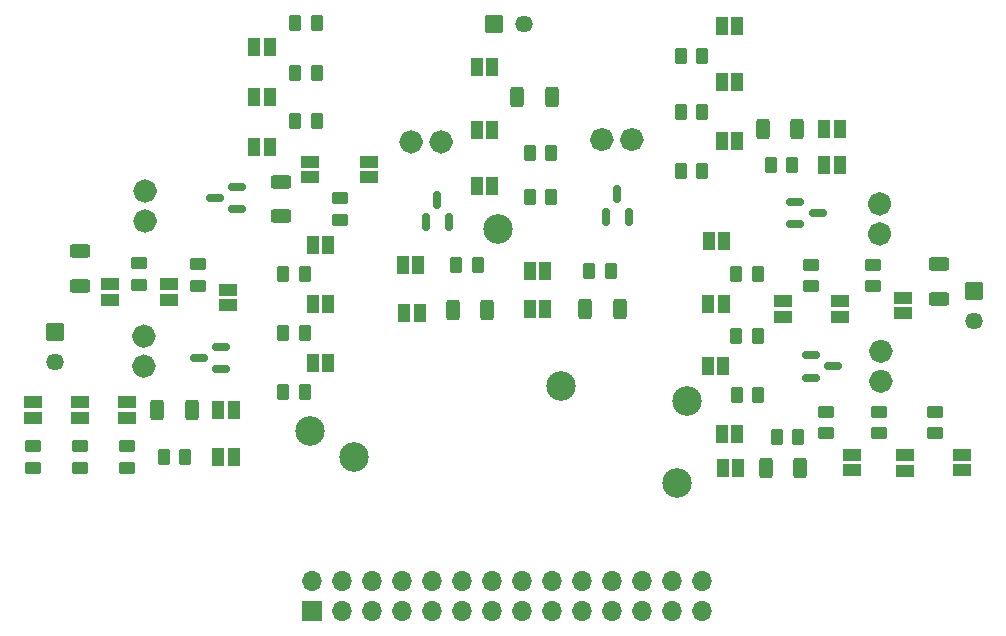
<source format=gbr>
%TF.GenerationSoftware,KiCad,Pcbnew,8.0.0*%
%TF.CreationDate,2024-03-21T13:03:40+02:00*%
%TF.ProjectId,SensorKiCad-RTHMAT004,53656e73-6f72-44b6-9943-61642d525448,rev?*%
%TF.SameCoordinates,Original*%
%TF.FileFunction,Soldermask,Top*%
%TF.FilePolarity,Negative*%
%FSLAX46Y46*%
G04 Gerber Fmt 4.6, Leading zero omitted, Abs format (unit mm)*
G04 Created by KiCad (PCBNEW 8.0.0) date 2024-03-21 13:03:40*
%MOMM*%
%LPD*%
G01*
G04 APERTURE LIST*
G04 Aperture macros list*
%AMRoundRect*
0 Rectangle with rounded corners*
0 $1 Rounding radius*
0 $2 $3 $4 $5 $6 $7 $8 $9 X,Y pos of 4 corners*
0 Add a 4 corners polygon primitive as box body*
4,1,4,$2,$3,$4,$5,$6,$7,$8,$9,$2,$3,0*
0 Add four circle primitives for the rounded corners*
1,1,$1+$1,$2,$3*
1,1,$1+$1,$4,$5*
1,1,$1+$1,$6,$7*
1,1,$1+$1,$8,$9*
0 Add four rect primitives between the rounded corners*
20,1,$1+$1,$2,$3,$4,$5,0*
20,1,$1+$1,$4,$5,$6,$7,0*
20,1,$1+$1,$6,$7,$8,$9,0*
20,1,$1+$1,$8,$9,$2,$3,0*%
G04 Aperture macros list end*
%ADD10C,1.000000*%
%ADD11RoundRect,0.250000X-0.450000X0.262500X-0.450000X-0.262500X0.450000X-0.262500X0.450000X0.262500X0*%
%ADD12R,1.000000X1.500000*%
%ADD13C,1.462000*%
%ADD14RoundRect,0.102000X-0.629000X-0.629000X0.629000X-0.629000X0.629000X0.629000X-0.629000X0.629000X0*%
%ADD15C,2.500000*%
%ADD16RoundRect,0.250000X0.262500X0.450000X-0.262500X0.450000X-0.262500X-0.450000X0.262500X-0.450000X0*%
%ADD17RoundRect,0.250000X0.312500X0.625000X-0.312500X0.625000X-0.312500X-0.625000X0.312500X-0.625000X0*%
%ADD18RoundRect,0.150000X0.150000X-0.587500X0.150000X0.587500X-0.150000X0.587500X-0.150000X-0.587500X0*%
%ADD19RoundRect,0.250000X0.450000X-0.262500X0.450000X0.262500X-0.450000X0.262500X-0.450000X-0.262500X0*%
%ADD20RoundRect,0.250000X-0.625000X0.312500X-0.625000X-0.312500X0.625000X-0.312500X0.625000X0.312500X0*%
%ADD21R,1.500000X1.000000*%
%ADD22RoundRect,0.250000X-0.262500X-0.450000X0.262500X-0.450000X0.262500X0.450000X-0.262500X0.450000X0*%
%ADD23RoundRect,0.150000X0.587500X0.150000X-0.587500X0.150000X-0.587500X-0.150000X0.587500X-0.150000X0*%
%ADD24RoundRect,0.250000X-0.312500X-0.625000X0.312500X-0.625000X0.312500X0.625000X-0.312500X0.625000X0*%
%ADD25RoundRect,0.102000X-0.629000X0.629000X-0.629000X-0.629000X0.629000X-0.629000X0.629000X0.629000X0*%
%ADD26RoundRect,0.150000X-0.587500X-0.150000X0.587500X-0.150000X0.587500X0.150000X-0.587500X0.150000X0*%
%ADD27R,1.700000X1.700000*%
%ADD28O,1.700000X1.700000*%
G04 APERTURE END LIST*
D10*
%TO.C,D9*%
X12200000Y35910000D02*
G75*
G02*
X11200000Y35910000I-500000J0D01*
G01*
X11200000Y35910000D02*
G75*
G02*
X12200000Y35910000I500000J0D01*
G01*
X12200000Y38450000D02*
G75*
G02*
X11200000Y38450000I-500000J0D01*
G01*
X11200000Y38450000D02*
G75*
G02*
X12200000Y38450000I500000J0D01*
G01*
%TO.C,D8*%
X12300000Y23430000D02*
G75*
G02*
X11300000Y23430000I-500000J0D01*
G01*
X11300000Y23430000D02*
G75*
G02*
X12300000Y23430000I500000J0D01*
G01*
X12300000Y25970000D02*
G75*
G02*
X11300000Y25970000I-500000J0D01*
G01*
X11300000Y25970000D02*
G75*
G02*
X12300000Y25970000I500000J0D01*
G01*
%TO.C,D7*%
X-8780000Y43900000D02*
G75*
G02*
X-9780000Y43900000I-500000J0D01*
G01*
X-9780000Y43900000D02*
G75*
G02*
X-8780000Y43900000I500000J0D01*
G01*
X-11320000Y43900000D02*
G75*
G02*
X-12320000Y43900000I-500000J0D01*
G01*
X-12320000Y43900000D02*
G75*
G02*
X-11320000Y43900000I500000J0D01*
G01*
%TO.C,D6*%
X-24930000Y43700000D02*
G75*
G02*
X-25930000Y43700000I-500000J0D01*
G01*
X-25930000Y43700000D02*
G75*
G02*
X-24930000Y43700000I500000J0D01*
G01*
X-27470000Y43700000D02*
G75*
G02*
X-28470000Y43700000I-500000J0D01*
G01*
X-28470000Y43700000D02*
G75*
G02*
X-27470000Y43700000I500000J0D01*
G01*
%TO.C,D1*%
X-50100000Y27250000D02*
G75*
G02*
X-51100000Y27250000I-500000J0D01*
G01*
X-51100000Y27250000D02*
G75*
G02*
X-50100000Y27250000I500000J0D01*
G01*
X-50100000Y24710000D02*
G75*
G02*
X-51100000Y24710000I-500000J0D01*
G01*
X-51100000Y24710000D02*
G75*
G02*
X-50100000Y24710000I500000J0D01*
G01*
%TO.C,D5*%
X-50000000Y39540000D02*
G75*
G02*
X-51000000Y39540000I-500000J0D01*
G01*
X-51000000Y39540000D02*
G75*
G02*
X-50000000Y39540000I500000J0D01*
G01*
X-50000000Y37000000D02*
G75*
G02*
X-51000000Y37000000I-500000J0D01*
G01*
X-51000000Y37000000D02*
G75*
G02*
X-50000000Y37000000I500000J0D01*
G01*
%TD*%
D11*
%TO.C,R33*%
X5900000Y33312500D03*
X5900000Y31487500D03*
%TD*%
D12*
%TO.C,JP4*%
X-44300000Y17000000D03*
X-43000000Y17000000D03*
%TD*%
%TO.C,JP17*%
X-16600000Y32800000D03*
X-17900000Y32800000D03*
%TD*%
D13*
%TO.C,D3*%
X-18450000Y53700000D03*
D14*
X-20990000Y53700000D03*
%TD*%
D15*
%TO.C,TP6*%
X-15300000Y23000000D03*
%TD*%
D11*
%TO.C,R1*%
X-60000000Y17912500D03*
X-60000000Y16087500D03*
%TD*%
D12*
%TO.C,JP26*%
X-1450000Y35350000D03*
X-2750000Y35350000D03*
%TD*%
D16*
%TO.C,R10*%
X-36975000Y22500000D03*
X-38800000Y22500000D03*
%TD*%
D17*
%TO.C,R37*%
X-16075000Y47500000D03*
X-19000000Y47500000D03*
%TD*%
D16*
%TO.C,R28*%
X4312500Y41750000D03*
X2487500Y41750000D03*
%TD*%
D18*
%TO.C,Q4*%
X-11450000Y37375000D03*
X-9550000Y37375000D03*
X-10500000Y39250000D03*
%TD*%
D12*
%TO.C,JP20*%
X-1650000Y48750000D03*
X-350000Y48750000D03*
%TD*%
%TO.C,JP12*%
X-27350000Y33250000D03*
X-28650000Y33250000D03*
%TD*%
D16*
%TO.C,R20*%
X-3337500Y46250000D03*
X-5162500Y46250000D03*
%TD*%
D12*
%TO.C,JP11*%
X-39950000Y47500000D03*
X-41250000Y47500000D03*
%TD*%
D19*
%TO.C,R25*%
X7143750Y19043750D03*
X7143750Y20868750D03*
%TD*%
D20*
%TO.C,R9*%
X-39000000Y40312500D03*
X-39000000Y37387500D03*
%TD*%
D21*
%TO.C,JP38*%
X8300000Y28900000D03*
X8300000Y30200000D03*
%TD*%
D22*
%TO.C,R27*%
X-462500Y27250000D03*
X1362500Y27250000D03*
%TD*%
D21*
%TO.C,JP21*%
X18643750Y17206250D03*
X18643750Y15906250D03*
%TD*%
%TO.C,JP25*%
X9343750Y17206250D03*
X9343750Y15906250D03*
%TD*%
D12*
%TO.C,JP23*%
X-300000Y16050000D03*
X-1600000Y16050000D03*
%TD*%
%TO.C,JP30*%
X-1562500Y24750000D03*
X-2862500Y24750000D03*
%TD*%
D21*
%TO.C,JP39*%
X13700000Y29200000D03*
X13700000Y30500000D03*
%TD*%
D12*
%TO.C,JP28*%
X7000000Y44800000D03*
X8300000Y44800000D03*
%TD*%
D19*
%TO.C,R21*%
X16343750Y19043750D03*
X16343750Y20868750D03*
%TD*%
D16*
%TO.C,R36*%
X-16087500Y39000000D03*
X-17912500Y39000000D03*
%TD*%
D19*
%TO.C,R22*%
X11643750Y19043750D03*
X11643750Y20868750D03*
%TD*%
D23*
%TO.C,Q2*%
X-42712500Y38000000D03*
X-42712500Y39900000D03*
X-44587500Y38950000D03*
%TD*%
D12*
%TO.C,JP13*%
X-27250000Y29250000D03*
X-28550000Y29250000D03*
%TD*%
%TO.C,JP19*%
X-1650000Y53500000D03*
X-350000Y53500000D03*
%TD*%
%TO.C,JP18*%
X-16600000Y29550000D03*
X-17900000Y29550000D03*
%TD*%
%TO.C,JP14*%
X-39950000Y43250000D03*
X-41250000Y43250000D03*
%TD*%
D22*
%TO.C,R13*%
X-24162500Y33250000D03*
X-22337500Y33250000D03*
%TD*%
D21*
%TO.C,JP32*%
X-43500000Y29850000D03*
X-43500000Y31150000D03*
%TD*%
D16*
%TO.C,R32*%
X-16087500Y42750000D03*
X-17912500Y42750000D03*
%TD*%
D11*
%TO.C,R38*%
X11100000Y33312500D03*
X11100000Y31487500D03*
%TD*%
D15*
%TO.C,TP3*%
X-4650000Y21750000D03*
%TD*%
D11*
%TO.C,R2*%
X-56000000Y17912500D03*
X-56000000Y16087500D03*
%TD*%
D17*
%TO.C,R29*%
X4712500Y44800000D03*
X1787500Y44800000D03*
%TD*%
D20*
%TO.C,R39*%
X16700000Y33362500D03*
X16700000Y30437500D03*
%TD*%
D21*
%TO.C,JP37*%
X3500000Y28900000D03*
X3500000Y30200000D03*
%TD*%
D18*
%TO.C,Q3*%
X-26700000Y36900000D03*
X-24800000Y36900000D03*
X-25750000Y38775000D03*
%TD*%
D22*
%TO.C,R26*%
X-462500Y32550000D03*
X1362500Y32550000D03*
%TD*%
D24*
%TO.C,R19*%
X-13212500Y29550000D03*
X-10287500Y29550000D03*
%TD*%
D12*
%TO.C,JP10*%
X-36300000Y25000000D03*
X-35000000Y25000000D03*
%TD*%
D16*
%TO.C,R4*%
X-47087500Y17000000D03*
X-48912500Y17000000D03*
%TD*%
D12*
%TO.C,JP27*%
X7000000Y41750000D03*
X8300000Y41750000D03*
%TD*%
D21*
%TO.C,JP8*%
X-36500000Y40700000D03*
X-36500000Y42000000D03*
%TD*%
D23*
%TO.C,Q1*%
X-44062500Y24450000D03*
X-44062500Y26350000D03*
X-45937500Y25400000D03*
%TD*%
D24*
%TO.C,R14*%
X-24462500Y29500000D03*
X-21537500Y29500000D03*
%TD*%
D16*
%TO.C,R6*%
X-36975000Y32500000D03*
X-38800000Y32500000D03*
%TD*%
D24*
%TO.C,R24*%
X2037500Y16050000D03*
X4962500Y16050000D03*
%TD*%
D11*
%TO.C,R8*%
X-34000000Y38912500D03*
X-34000000Y37087500D03*
%TD*%
D22*
%TO.C,R30*%
X-412500Y22250000D03*
X1412500Y22250000D03*
%TD*%
%TO.C,R12*%
X-37762500Y45500000D03*
X-35937500Y45500000D03*
%TD*%
D13*
%TO.C,D2*%
X19650000Y28542500D03*
D25*
X19650000Y31082500D03*
%TD*%
D11*
%TO.C,R31*%
X-51000000Y33412500D03*
X-51000000Y31587500D03*
%TD*%
D15*
%TO.C,TP4*%
X-32800000Y17000000D03*
%TD*%
D21*
%TO.C,JP7*%
X-31500000Y40700000D03*
X-31500000Y42000000D03*
%TD*%
D12*
%TO.C,JP16*%
X-1650000Y43750000D03*
X-350000Y43750000D03*
%TD*%
%TO.C,JP34*%
X-22400000Y50000000D03*
X-21100000Y50000000D03*
%TD*%
D21*
%TO.C,JP33*%
X-48500000Y30350000D03*
X-48500000Y31650000D03*
%TD*%
D22*
%TO.C,R15*%
X-37762500Y53750000D03*
X-35937500Y53750000D03*
%TD*%
D16*
%TO.C,R17*%
X-3337500Y51000000D03*
X-5162500Y51000000D03*
%TD*%
D12*
%TO.C,JP29*%
X-1500000Y29950000D03*
X-2800000Y29950000D03*
%TD*%
D26*
%TO.C,Q5*%
X5862500Y25650000D03*
X5862500Y23750000D03*
X7737500Y24700000D03*
%TD*%
D11*
%TO.C,R3*%
X-52000000Y17912500D03*
X-52000000Y16087500D03*
%TD*%
D21*
%TO.C,JP1*%
X-52000000Y20350000D03*
X-52000000Y21650000D03*
%TD*%
%TO.C,JP31*%
X-53500000Y30350000D03*
X-53500000Y31650000D03*
%TD*%
D12*
%TO.C,JP22*%
X-350000Y18950000D03*
X-1650000Y18950000D03*
%TD*%
D16*
%TO.C,R7*%
X-36975000Y27500000D03*
X-38800000Y27500000D03*
%TD*%
D22*
%TO.C,R23*%
X2987500Y18700000D03*
X4812500Y18700000D03*
%TD*%
D17*
%TO.C,R5*%
X-46537500Y21000000D03*
X-49462500Y21000000D03*
%TD*%
D12*
%TO.C,JP9*%
X-36300000Y30000000D03*
X-35000000Y30000000D03*
%TD*%
D15*
%TO.C,TP2*%
X-20650000Y36300000D03*
%TD*%
D20*
%TO.C,R35*%
X-56000000Y34462500D03*
X-56000000Y31537500D03*
%TD*%
D21*
%TO.C,JP24*%
X13843750Y17156250D03*
X13843750Y15856250D03*
%TD*%
D12*
%TO.C,JP36*%
X-22400000Y44750000D03*
X-21100000Y44750000D03*
%TD*%
D21*
%TO.C,JP2*%
X-56000000Y20350000D03*
X-56000000Y21650000D03*
%TD*%
D11*
%TO.C,R34*%
X-46000000Y33325000D03*
X-46000000Y31500000D03*
%TD*%
D21*
%TO.C,JP3*%
X-60000000Y20350000D03*
X-60000000Y21650000D03*
%TD*%
D12*
%TO.C,JP6*%
X-36300000Y35000000D03*
X-35000000Y35000000D03*
%TD*%
D15*
%TO.C,TP1*%
X-36550000Y19200000D03*
%TD*%
D27*
%TO.C,J1*%
X-36400000Y4000000D03*
D28*
X-36400000Y6540000D03*
X-33860000Y4000000D03*
X-33860000Y6540000D03*
X-31320000Y4000000D03*
X-31320000Y6540000D03*
X-28780000Y4000000D03*
X-28780000Y6540000D03*
X-26240000Y4000000D03*
X-26240000Y6540000D03*
X-23700000Y4000000D03*
X-23700000Y6540000D03*
X-21160000Y4000000D03*
X-21160000Y6540000D03*
X-18620000Y4000000D03*
X-18620000Y6540000D03*
X-16080000Y4000000D03*
X-16080000Y6540000D03*
X-13540000Y4000000D03*
X-13540000Y6540000D03*
X-11000000Y4000000D03*
X-11000000Y6540000D03*
X-8460000Y4000000D03*
X-8460000Y6540000D03*
X-5920000Y4000000D03*
X-5920000Y6540000D03*
X-3380000Y4000000D03*
X-3380000Y6540000D03*
%TD*%
D12*
%TO.C,JP5*%
X-44300000Y21000000D03*
X-43000000Y21000000D03*
%TD*%
D13*
%TO.C,D4*%
X-58150000Y25042500D03*
D25*
X-58150000Y27582500D03*
%TD*%
D16*
%TO.C,R16*%
X-3337500Y41250000D03*
X-5162500Y41250000D03*
%TD*%
D15*
%TO.C,TP7*%
X-5500000Y14800000D03*
%TD*%
D22*
%TO.C,R18*%
X-12912500Y32800000D03*
X-11087500Y32800000D03*
%TD*%
D12*
%TO.C,JP35*%
X-22400000Y40000000D03*
X-21100000Y40000000D03*
%TD*%
%TO.C,JP15*%
X-39950000Y51750000D03*
X-41250000Y51750000D03*
%TD*%
D22*
%TO.C,R11*%
X-37762500Y49500000D03*
X-35937500Y49500000D03*
%TD*%
D26*
%TO.C,Q6*%
X4562500Y38650000D03*
X4562500Y36750000D03*
X6437500Y37700000D03*
%TD*%
M02*

</source>
